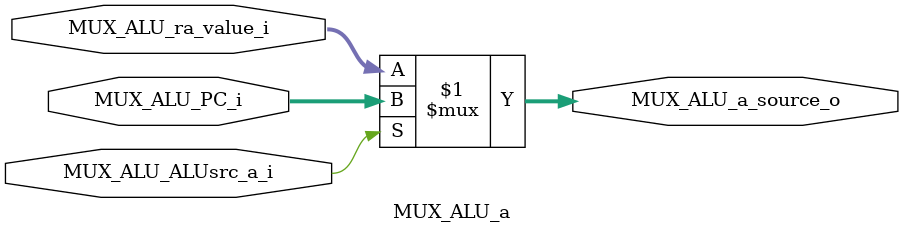
<source format=sv>
`include "RISV_def.svh"
module MUX_ALU_a
(
    input MUX_ALU_ALUsrc_a_i,
    input [31:0]MUX_ALU_ra_value_i,
    input [31:0]MUX_ALU_PC_i,
    output [31:0]MUX_ALU_a_source_o
);

assign MUX_ALU_a_source_o=(MUX_ALU_ALUsrc_a_i)?MUX_ALU_PC_i:MUX_ALU_ra_value_i;

endmodule
</source>
